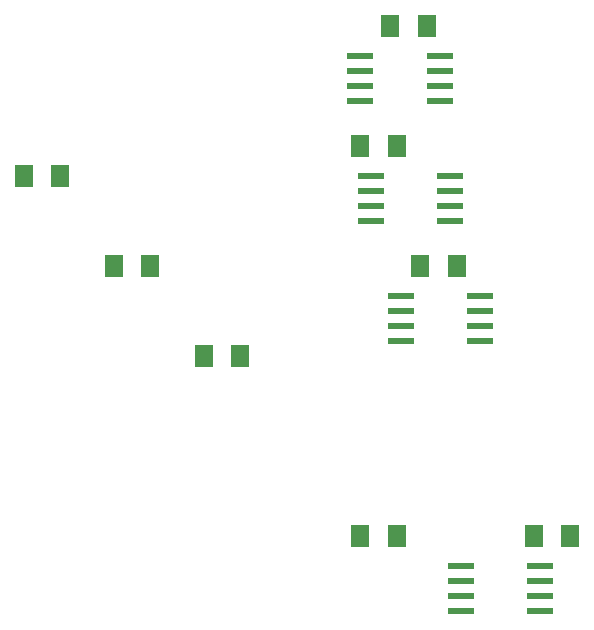
<source format=gtp>
G04 MADE WITH FRITZING*
G04 WWW.FRITZING.ORG*
G04 DOUBLE SIDED*
G04 HOLES PLATED*
G04 CONTOUR ON CENTER OF CONTOUR VECTOR*
%ASAXBY*%
%FSLAX23Y23*%
%MOIN*%
%OFA0B0*%
%SFA1.0B1.0*%
%ADD10R,0.062992X0.074803*%
%ADD11R,0.086900X0.024000*%
%LNPASTEMASK1*%
G90*
G70*
G54D10*
X1851Y1222D03*
X1729Y1222D03*
X1851Y2522D03*
X1729Y2522D03*
X2051Y2122D03*
X1929Y2122D03*
X1951Y2922D03*
X1829Y2922D03*
X1329Y1822D03*
X1207Y1822D03*
G54D11*
X2064Y1122D03*
X2064Y1072D03*
X2064Y1022D03*
X2064Y972D03*
X2329Y972D03*
X2329Y1022D03*
X2329Y1072D03*
X2329Y1122D03*
X1864Y2022D03*
X1864Y1972D03*
X1864Y1922D03*
X1864Y1872D03*
X2129Y1872D03*
X2129Y1922D03*
X2129Y1972D03*
X2129Y2022D03*
X1764Y2422D03*
X1764Y2372D03*
X1764Y2322D03*
X1764Y2272D03*
X2029Y2272D03*
X2029Y2322D03*
X2029Y2372D03*
X2029Y2422D03*
X1729Y2822D03*
X1729Y2772D03*
X1729Y2722D03*
X1729Y2672D03*
X1994Y2672D03*
X1994Y2722D03*
X1994Y2772D03*
X1994Y2822D03*
G54D10*
X2429Y1222D03*
X2307Y1222D03*
X1029Y2122D03*
X907Y2122D03*
X729Y2422D03*
X607Y2422D03*
G04 End of PasteMask1*
M02*
</source>
